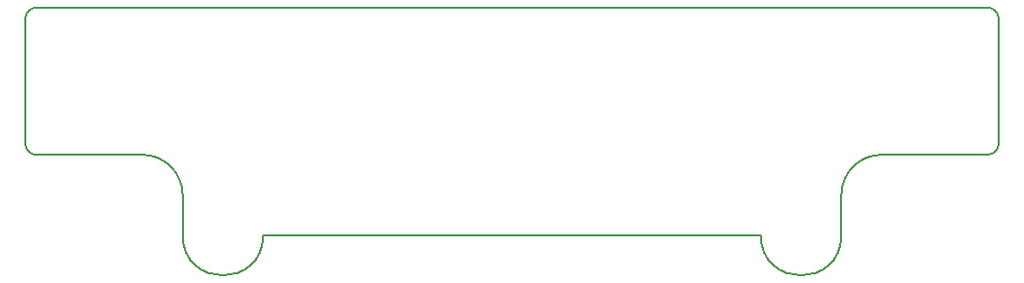
<source format=gm1>
G04 #@! TF.GenerationSoftware,KiCad,Pcbnew,7.0.1*
G04 #@! TF.CreationDate,2023-11-28T21:46:24+01:00*
G04 #@! TF.ProjectId,Qtr-8-SN,5174722d-382d-4534-9e2e-6b696361645f,rev?*
G04 #@! TF.SameCoordinates,Original*
G04 #@! TF.FileFunction,Profile,NP*
%FSLAX46Y46*%
G04 Gerber Fmt 4.6, Leading zero omitted, Abs format (unit mm)*
G04 Created by KiCad (PCBNEW 7.0.1) date 2023-11-28 21:46:24*
%MOMM*%
%LPD*%
G01*
G04 APERTURE LIST*
G04 #@! TA.AperFunction,Profile*
%ADD10C,0.150000*%
G04 #@! TD*
G04 APERTURE END LIST*
D10*
X50292000Y-127981200D02*
X50292600Y-132805600D01*
X51292000Y-126981200D02*
G75*
G03*
X50292000Y-127981200I0J-1000000D01*
G01*
X51292000Y-126981200D02*
X133967600Y-126971200D01*
X127113600Y-139795600D02*
X133967600Y-139795600D01*
X50292600Y-138805600D02*
G75*
G03*
X51292600Y-139805600I1000000J0D01*
G01*
X134967600Y-132795600D02*
X134967600Y-138795600D01*
X124776100Y-139795600D02*
G75*
G03*
X121276100Y-143295600I0J-3500000D01*
G01*
X60484100Y-139795600D02*
X58146600Y-139795600D01*
X133967600Y-139795600D02*
G75*
G03*
X134967600Y-138795600I0J1000000D01*
G01*
X63984100Y-146795600D02*
X63984100Y-143295600D01*
X127113600Y-139795600D02*
X124776100Y-139795600D01*
X63984100Y-143295600D02*
G75*
G03*
X60484100Y-139795600I-3500000J0D01*
G01*
X134967600Y-127971200D02*
X134967600Y-132795600D01*
X63984100Y-146795600D02*
G75*
G03*
X70984100Y-146795600I3500000J0D01*
G01*
X114276100Y-146795600D02*
X70984100Y-146795600D01*
X50292600Y-132805600D02*
X50292600Y-138805600D01*
X121276100Y-146795600D02*
X121276100Y-143295600D01*
X134967600Y-127971200D02*
G75*
G03*
X133967600Y-126971200I-1000000J0D01*
G01*
X58146600Y-139795600D02*
X51292600Y-139805600D01*
X114276100Y-146795600D02*
G75*
G03*
X121276100Y-146795600I3500000J0D01*
G01*
M02*

</source>
